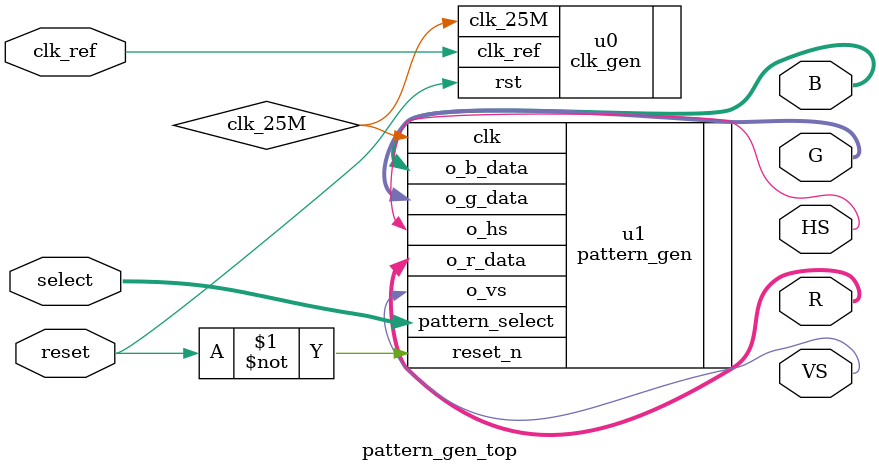
<source format=v>
`timescale 1ns / 1ps


module pattern_gen_top(
    input           clk_ref,    
    input   [1:0]   select,
    input           reset,      
    output  [3:0]   R,
    output  [3:0]   G,
    output  [3:0]   B,
    output          HS,
    output          VS
    );

// clk_gen 모듈에서 생성된 25MHz 클럭을 저장할 와이어
wire generated_clk_25M;

// 25MHz 클럭 생성 모듈 인스턴스화
clk_gen u0 ( 
    .clk_ref(clk_ref),              
    .rst(reset),                    
    .clk_25M(clk_25M)     
);


pattern_gen u1 (
    .clk(clk_25M),
    .reset_n(~reset),
    .pattern_select(select),

    .o_vs(VS),
    .o_hs(HS),
    .o_r_data(R),
    .o_g_data(G),
    .o_b_data(B)

);

endmodule

</source>
